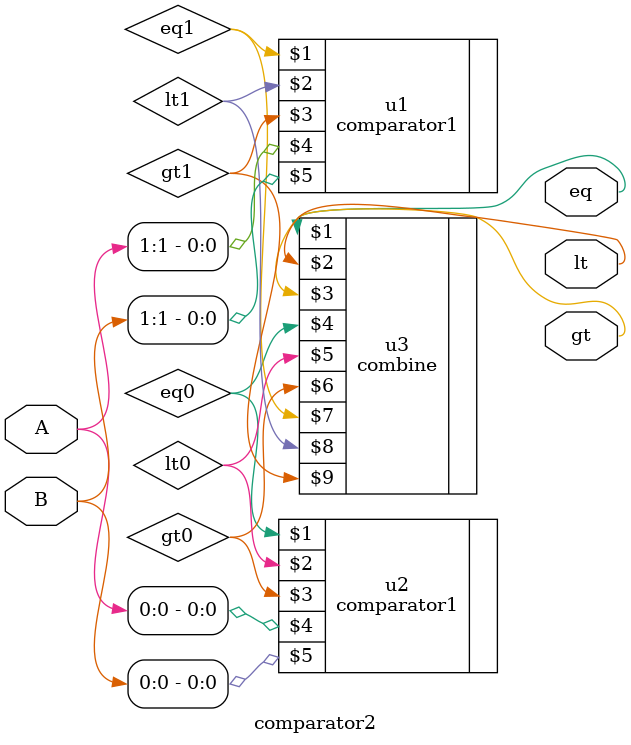
<source format=v>
module comparator2(eq, lt, gt, A, B);
  output gt, lt, eq;
  input [1:0]A, B;
  wire w1, w0, gt1, lt1, eq1, gt2, lt2, eq2;

  comparator1 u1(eq1, lt1, gt1, A[1], B[1]);
  comparator1 u2(eq0, lt0, gt0, A[0], B[0]);
  combine u3(eq, lt, gt, eq0, lt0, gt0, eq1, lt1, gt1);
endmodule

</source>
